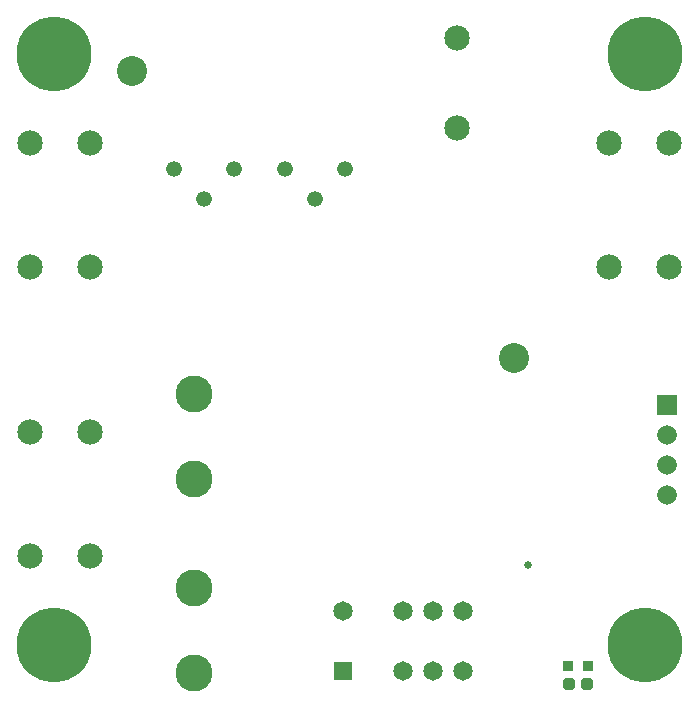
<source format=gbs>
G04*
G04 #@! TF.GenerationSoftware,Altium Limited,Altium Designer,20.1.11 (218)*
G04*
G04 Layer_Color=16711935*
%FSLAX24Y24*%
%MOIN*%
G70*
G04*
G04 #@! TF.SameCoordinates,DAAE5E8E-C930-4FEA-A671-465C74EFB4C4*
G04*
G04*
G04 #@! TF.FilePolarity,Negative*
G04*
G01*
G75*
%ADD44R,0.0370X0.0370*%
G04:AMPARAMS|DCode=45|XSize=38.9mil|YSize=37.9mil|CornerRadius=7.9mil|HoleSize=0mil|Usage=FLASHONLY|Rotation=0.000|XOffset=0mil|YOffset=0mil|HoleType=Round|Shape=RoundedRectangle|*
%AMROUNDEDRECTD45*
21,1,0.0389,0.0221,0,0,0.0*
21,1,0.0231,0.0379,0,0,0.0*
1,1,0.0158,0.0116,-0.0111*
1,1,0.0158,-0.0116,-0.0111*
1,1,0.0158,-0.0116,0.0111*
1,1,0.0158,0.0116,0.0111*
%
%ADD45ROUNDEDRECTD45*%
%ADD60C,0.2496*%
%ADD61C,0.0843*%
%ADD62C,0.0528*%
%ADD63C,0.1000*%
%ADD64C,0.0646*%
%ADD65R,0.0646X0.0646*%
%ADD66R,0.0655X0.0655*%
%ADD67C,0.0655*%
%ADD68C,0.1236*%
%ADD69C,0.0252*%
D44*
X19759Y1272D02*
D03*
X19109D02*
D03*
D45*
X19148Y673D02*
D03*
X19738D02*
D03*
D60*
X1969Y21654D02*
D03*
X21654D02*
D03*
Y1969D02*
D03*
X1969D02*
D03*
D61*
X22457Y14567D02*
D03*
X20457D02*
D03*
X1165Y4921D02*
D03*
X3165D02*
D03*
Y14567D02*
D03*
X1165D02*
D03*
X15399Y22208D02*
D03*
Y19216D02*
D03*
X1165Y18701D02*
D03*
X3165D02*
D03*
X1165Y9055D02*
D03*
X3165D02*
D03*
X22457Y18701D02*
D03*
X20457D02*
D03*
D62*
X9677Y17823D02*
D03*
X11677D02*
D03*
X10677Y16823D02*
D03*
X5967Y17823D02*
D03*
X7967D02*
D03*
X6967Y16823D02*
D03*
D63*
X17283Y11526D02*
D03*
X4559Y21117D02*
D03*
D64*
X11594Y3086D02*
D03*
X13594D02*
D03*
X14594D02*
D03*
X15594D02*
D03*
Y1086D02*
D03*
X14594D02*
D03*
X13594D02*
D03*
D65*
X11594D02*
D03*
D66*
X22400Y9970D02*
D03*
D67*
Y8970D02*
D03*
Y7970D02*
D03*
Y6974D02*
D03*
D68*
X6630Y10320D02*
D03*
Y7486D02*
D03*
Y3883D02*
D03*
Y1048D02*
D03*
D69*
X17764Y4649D02*
D03*
M02*

</source>
